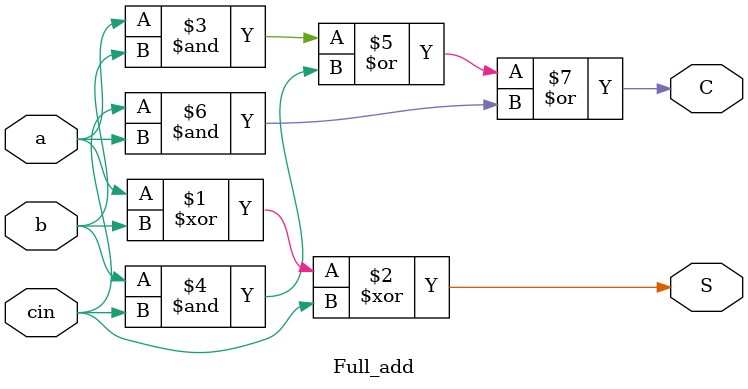
<source format=v>
`timescale 1ns / 1ps


module Full_add(
    input a,
    input b,
    input cin,
    output S,
    output C
    );
    
    assign S = a^b^cin;
    assign C = a&b|b&cin|cin&a ;
endmodule

</source>
